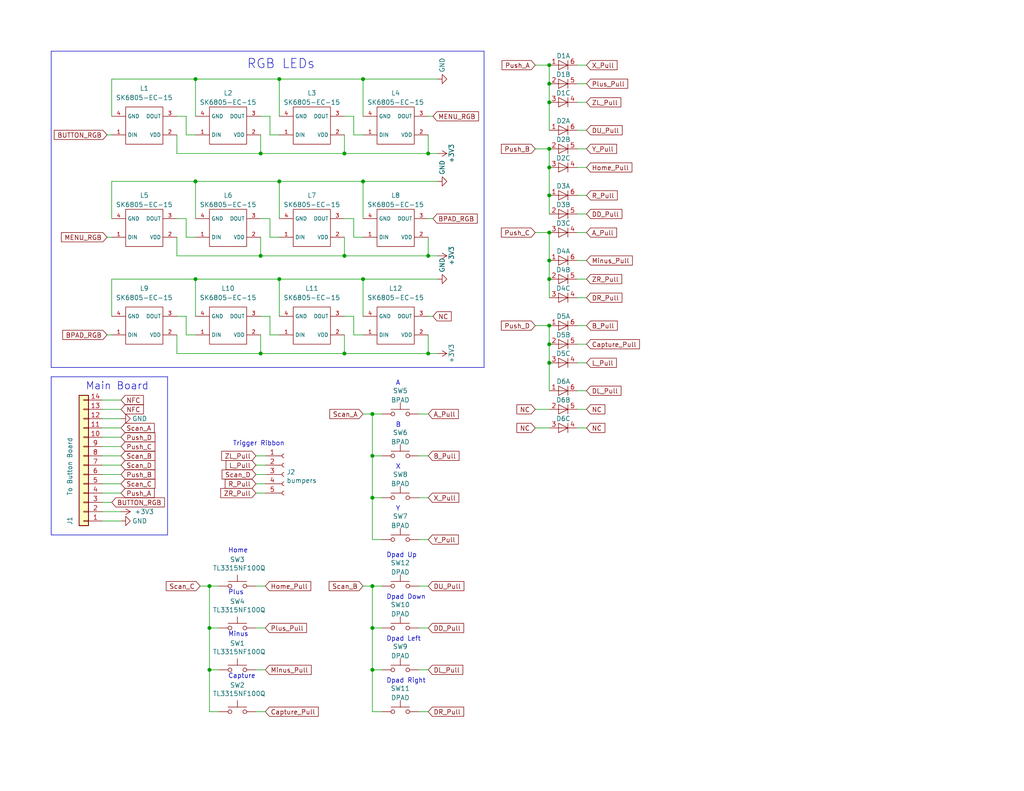
<source format=kicad_sch>
(kicad_sch (version 20230121) (generator eeschema)
  (paper "A")
  (title_block (title "ProGCC v3 Button Board") (date "2019-12-18") (rev "0.2") (company "HHL/Esca"))
  (lib_symbols
    (symbol "Connector:Conn_01x05_Female" (pin_names (offset 1.016) hide)
      (property "Reference" "J" (at 0 7.62 0))
      (property "Value" "Conn_01x05_Female" (at 0 -7.62 0))
      (symbol "Conn_01x05_Female_1_1"
        (arc (start 0 -4.572) (mid -0.5058 -5.08) (end 0 -5.588) (stroke (width 0.1524)))
        (arc (start 0 -2.032) (mid -0.5058 -2.54) (end 0 -3.048) (stroke (width 0.1524)))
        (polyline (pts (xy -1.27 -5.08) (xy -0.508 -5.08)) (stroke (width 0.1524)))
        (polyline (pts (xy -1.27 -2.54) (xy -0.508 -2.54)) (stroke (width 0.1524)))
        (polyline (pts (xy -1.27 0) (xy -0.508 0)) (stroke (width 0.1524)))
        (polyline (pts (xy -1.27 2.54) (xy -0.508 2.54)) (stroke (width 0.1524)))
        (polyline (pts (xy -1.27 5.08) (xy -0.508 5.08)) (stroke (width 0.1524)))
        (arc (start 0 0.508) (mid -0.5058 0) (end 0 -0.508) (stroke (width 0.1524)))
        (arc (start 0 3.048) (mid -0.5058 2.54) (end 0 2.032) (stroke (width 0.1524)))
        (arc (start 0 5.588) (mid -0.5058 5.08) (end 0 4.572) (stroke (width 0.1524)))
        (pin passive line (at -5.08 5.08 0) (length 3.81) (name "Pin_1") (number "1"))
        (pin passive line (at -5.08 2.54 0) (length 3.81) (name "Pin_2") (number "2"))
        (pin passive line (at -5.08 0 0) (length 3.81) (name "Pin_3") (number "3"))
        (pin passive line (at -5.08 -2.54 0) (length 3.81) (name "Pin_4") (number "4"))
        (pin passive line (at -5.08 -5.08 0) (length 3.81) (name "Pin_5") (number "5"))
      )
    )
    (symbol "Connector_Generic:Conn_01x14" (pin_names (offset 1.016) hide)
      (property "Reference" "J" (at 0 17.78 0))
      (property "Value" "Conn_01x14" (at 0 -20.32 0))
      (symbol "Conn_01x14_1_1"
        (rectangle (start -1.27 -17.653) (end 0 -17.907) (stroke (width 0.1524)))
        (rectangle (start -1.27 -15.113) (end 0 -15.367) (stroke (width 0.1524)))
        (rectangle (start -1.27 -12.573) (end 0 -12.827) (stroke (width 0.1524)))
        (rectangle (start -1.27 -10.033) (end 0 -10.287) (stroke (width 0.1524)))
        (rectangle (start -1.27 -7.493) (end 0 -7.747) (stroke (width 0.1524)))
        (rectangle (start -1.27 -4.953) (end 0 -5.207) (stroke (width 0.1524)))
        (rectangle (start -1.27 -2.413) (end 0 -2.667) (stroke (width 0.1524)))
        (rectangle (start -1.27 0.127) (end 0 -0.127) (stroke (width 0.1524)))
        (rectangle (start -1.27 2.667) (end 0 2.413) (stroke (width 0.1524)))
        (rectangle (start -1.27 5.207) (end 0 4.953) (stroke (width 0.1524)))
        (rectangle (start -1.27 7.747) (end 0 7.493) (stroke (width 0.1524)))
        (rectangle (start -1.27 10.287) (end 0 10.033) (stroke (width 0.1524)))
        (rectangle (start -1.27 12.827) (end 0 12.573) (stroke (width 0.1524)))
        (rectangle (start -1.27 15.367) (end 0 15.113) (stroke (width 0.1524)))
        (rectangle (start -1.27 16.51) (end 1.27 -19.05) (stroke (width 0.254)) (fill (type background)))
        (pin passive line (at -5.08 15.24 0) (length 3.81) (name "Pin_1") (number "1"))
        (pin passive line (at -5.08 -7.62 0) (length 3.81) (name "Pin_10") (number "10"))
        (pin passive line (at -5.08 -10.16 0) (length 3.81) (name "Pin_11") (number "11"))
        (pin passive line (at -5.08 -12.7 0) (length 3.81) (name "Pin_12") (number "12"))
        (pin passive line (at -5.08 -15.24 0) (length 3.81) (name "Pin_13") (number "13"))
        (pin passive line (at -5.08 -17.78 0) (length 3.81) (name "Pin_14") (number "14"))
        (pin passive line (at -5.08 12.7 0) (length 3.81) (name "Pin_2") (number "2"))
        (pin passive line (at -5.08 10.16 0) (length 3.81) (name "Pin_3") (number "3"))
        (pin passive line (at -5.08 7.62 0) (length 3.81) (name "Pin_4") (number "4"))
        (pin passive line (at -5.08 5.08 0) (length 3.81) (name "Pin_5") (number "5"))
        (pin passive line (at -5.08 2.54 0) (length 3.81) (name "Pin_6") (number "6"))
        (pin passive line (at -5.08 0 0) (length 3.81) (name "Pin_7") (number "7"))
        (pin passive line (at -5.08 -2.54 0) (length 3.81) (name "Pin_8") (number "8"))
        (pin passive line (at -5.08 -5.08 0) (length 3.81) (name "Pin_9") (number "9"))
      )
    )
    (symbol "Switch:SW_Push" (pin_numbers hide) (pin_names (offset 1.016) hide)
      (property "Reference" "SW" (at 1.27 2.54 0))
      (property "Value" "SW_Push" (at 0 -1.524 0))
      (symbol "SW_Push_0_1"
        (circle (center -2.032 0) (radius 0.508))
        (polyline (pts (xy 0 1.27) (xy 0 3.048)))
        (polyline (pts (xy 2.54 1.27) (xy -2.54 1.27)))
        (circle (center 2.032 0) (radius 0.508))
        (pin passive line (at -5.08 0 0) (length 2.54) (name "1") (number "1"))
        (pin passive line (at 5.08 0 180) (length 2.54) (name "2") (number "2"))
      )
    )
    (symbol "power:+3V3" (power) (pin_names (offset 0))
      (property "Value" "+3V3" (at 0 3.556 0))
      (symbol "+3V3_0_1"
        (polyline (pts (xy -0.762 1.27) (xy 0 2.54)))
        (polyline (pts (xy 0 0) (xy 0 2.54)))
        (polyline (pts (xy 0 2.54) (xy 0.762 1.27)))
      )
      (symbol "+3V3_1_1"
        (pin power_in line (at 0 0 90) (length 0) hide (name "+3V3") (number "1"))
      )
    )
    (symbol "power:GND" (power) (pin_names (offset 0))
      (property "Value" "GND" (at 0 -3.81 0))
      (symbol "GND_0_1"
        (polyline (pts (xy 0 0) (xy 0 -1.27) (xy 1.27 -1.27) (xy 0 -2.54) (xy -1.27 -1.27) (xy 0 -1.27)))
      )
      (symbol "GND_1_1"
        (pin power_in line (at 0 0 270) (length 0) hide (name "GND") (number "1"))
      )
    )
    (symbol "progcc_v3:BAS16VY,115" (pin_names (offset 1.016) hide)
      (property "Reference" "D" (at 0 -2.54 0))
      (symbol "BAS16VY,115_0_1"
        (polyline (pts (xy -1.27 -1.27) (xy -1.27 1.27)))
        (polyline (pts (xy -1.27 0) (xy 1.27 0)))
        (polyline (pts (xy 1.27 -1.27) (xy 1.27 1.27)) (stroke (width 0.1524)))
        (polyline (pts (xy -1.27 -1.27) (xy 1.27 0) (xy -1.27 1.27)))
      )
      (symbol "BAS16VY,115_1_1"
        (pin passive line (at -3.81 0 0) (length 2.54) (name "A") (number "1"))
        (pin passive line (at 3.81 0 180) (length 2.54) (name "K") (number "6"))
      )
      (symbol "BAS16VY,115_2_1"
        (pin passive line (at -3.81 0 0) (length 2.54) (name "A") (number "2"))
        (pin passive line (at 3.81 0 180) (length 2.54) (name "K") (number "5"))
      )
      (symbol "BAS16VY,115_3_1"
        (pin passive line (at -3.81 0 0) (length 2.54) (name "A") (number "3"))
        (pin passive line (at 3.81 0 180) (length 2.54) (name "K") (number "4"))
      )
    )
    (symbol "progcc_v3:SK6805-EC-15"
      (property "Reference" "L" (at 0 -7.62 0))
      (property "Value" "SK6805-EC-15" (at 0 -10.16 0))
      (symbol "SK6805-EC-15_0_0"
        (pin input line (at -8.89 -2.54 0) (length 3.81) (name "DIN") (number "1"))
        (pin power_in line (at 8.89 -2.54 180) (length 3.81) (name "VDD") (number "2"))
        (pin output line (at 8.89 2.54 180) (length 3.81) (name "DOUT") (number "3"))
        (pin power_in line (at -8.89 2.54 0) (length 3.81) (name "GND") (number "4"))
      )
      (symbol "SK6805-EC-15_0_1"
        (polyline (pts (xy -5.08 2.54) (xy -5.08 5.08) (xy 5.08 5.08) (xy 5.08 -5.08) (xy -5.08 -5.08) (xy -5.08 2.54)))
      )
    )
    (symbol "progcc_v3:SW_Quad" (pin_numbers hide) (pin_names (offset 1.016) hide)
      (property "Reference" "SW3" (at 0 7.239 0))
      (property "Value" " TL3315NF100Q" (at 0 4.9276 0))
      (symbol "SW_Quad_0_1"
        (circle (center -2.032 0) (radius 0.508))
        (polyline (pts (xy 0 1.27) (xy 0 3.048)))
        (polyline (pts (xy 2.54 1.27) (xy -2.54 1.27)))
        (circle (center 2.032 0) (radius 0.508))
        (pin passive line (at -5.08 0 0) (length 2.54) (name "1") (number "1"))
      )
      (symbol "SW_Quad_1_1"
        (pin passive line (at -5.08 0 0) (length 2.54) hide (name "2") (number "2"))
        (pin passive line (at 5.08 0 180) (length 2.54) (name "3") (number "3"))
        (pin passive line (at 5.08 0 180) (length 2.54) hide (name "4") (number "4"))
      )
    )
  )
  (junction (at 116.84 96.52))
  (junction (at 149.86 53.34))
  (junction (at 76.2 76.2))
  (junction (at 99.06 76.2))
  (junction (at 93.98 69.85))
  (junction (at 71.12 41.91))
  (junction (at 116.84 69.85))
  (junction (at 101.6 135.89))
  (junction (at 149.86 27.94))
  (junction (at 149.86 22.86))
  (junction (at 57.15 160.02))
  (junction (at 149.86 40.64))
  (junction (at 149.86 63.5))
  (junction (at 53.34 21.59))
  (junction (at 99.06 21.59))
  (junction (at 101.6 160.02))
  (junction (at 57.15 171.45))
  (junction (at 53.34 49.53))
  (junction (at 101.6 171.45))
  (junction (at 99.06 49.53))
  (junction (at 76.2 49.53))
  (junction (at 116.84 41.91))
  (junction (at 93.98 96.52))
  (junction (at 149.86 76.2))
  (junction (at 101.6 124.46))
  (junction (at 101.6 113.03))
  (junction (at 57.15 182.88))
  (junction (at 53.34 76.2))
  (junction (at 93.98 41.91))
  (junction (at 149.86 93.98))
  (junction (at 149.86 17.78))
  (junction (at 149.86 45.72))
  (junction (at 71.12 69.85))
  (junction (at 149.86 71.12))
  (junction (at 101.6 182.88))
  (junction (at 149.86 99.06))
  (junction (at 76.2 21.59))
  (junction (at 149.86 88.9))
  (junction (at 71.12 96.52))
  (wire (pts (xy 99.06 21.59) (xy 119.38 21.59)))
  (wire (pts (xy 157.48 53.34) (xy 160.02 53.34)))
  (wire (pts (xy 29.21 64.77) (xy 30.48 64.77)))
  (wire (pts (xy 69.85 132.08) (xy 72.39 132.08)))
  (wire (pts (xy 50.8 64.77) (xy 53.34 64.77)))
  (wire (pts (xy 116.84 96.52) (xy 93.98 96.52)))
  (wire (pts (xy 101.6 160.02) (xy 104.14 160.02)))
  (wire (pts (xy 157.48 40.64) (xy 160.02 40.64)))
  (wire (pts (xy 149.86 27.94) (xy 149.86 22.86)))
  (wire (pts (xy 30.48 59.69) (xy 30.48 49.53)))
  (wire (pts (xy 114.3 194.31) (xy 116.84 194.31)))
  (wire (pts (xy 93.98 69.85) (xy 93.98 64.77)))
  (wire (pts (xy 101.6 194.31) (xy 101.6 182.88)))
  (wire (pts (xy 114.3 182.88) (xy 116.84 182.88)))
  (wire (pts (xy 149.86 22.86) (xy 149.86 17.78)))
  (wire (pts (xy 71.12 96.52) (xy 48.26 96.52)))
  (wire (pts (xy 29.21 36.83) (xy 30.48 36.83)))
  (wire (pts (xy 93.98 41.91) (xy 71.12 41.91)))
  (wire (pts (xy 93.98 86.36) (xy 96.52 86.36)))
  (wire (pts (xy 76.2 21.59) (xy 76.2 31.75)))
  (wire (pts (xy 104.14 182.88) (xy 101.6 182.88)))
  (wire (pts (xy 157.48 45.72) (xy 160.02 45.72)))
  (wire (pts (xy 48.26 86.36) (xy 50.8 86.36)))
  (polyline (pts (xy 45.72 102.87) (xy 45.72 146.05)))
  (wire (pts (xy 99.06 113.03) (xy 101.6 113.03)))
  (wire (pts (xy 114.3 135.89) (xy 116.84 135.89)))
  (wire (pts (xy 50.8 31.75) (xy 50.8 36.83)))
  (wire (pts (xy 114.3 171.45) (xy 116.84 171.45)))
  (wire (pts (xy 116.84 59.69) (xy 118.11 59.69)))
  (wire (pts (xy 33.02 129.54) (xy 27.94 129.54)))
  (wire (pts (xy 149.86 63.5) (xy 146.05 63.5)))
  (wire (pts (xy 50.8 86.36) (xy 50.8 91.44)))
  (wire (pts (xy 114.3 113.03) (xy 116.84 113.03)))
  (wire (pts (xy 157.48 63.5) (xy 160.02 63.5)))
  (wire (pts (xy 71.12 86.36) (xy 73.66 86.36)))
  (wire (pts (xy 96.52 59.69) (xy 96.52 64.77)))
  (wire (pts (xy 69.85 171.45) (xy 72.39 171.45)))
  (wire (pts (xy 157.48 76.2) (xy 160.02 76.2)))
  (wire (pts (xy 50.8 59.69) (xy 50.8 64.77)))
  (wire (pts (xy 149.86 76.2) (xy 149.86 71.12)))
  (wire (pts (xy 157.48 27.94) (xy 160.02 27.94)))
  (wire (pts (xy 146.05 111.76) (xy 149.86 111.76)))
  (wire (pts (xy 101.6 113.03) (xy 104.14 113.03)))
  (wire (pts (xy 71.12 69.85) (xy 48.26 69.85)))
  (wire (pts (xy 33.02 119.38) (xy 27.94 119.38)))
  (wire (pts (xy 116.84 86.36) (xy 118.11 86.36)))
  (wire (pts (xy 30.48 137.16) (xy 27.94 137.16)))
  (wire (pts (xy 149.86 35.56) (xy 149.86 27.94)))
  (wire (pts (xy 69.85 129.54) (xy 72.39 129.54)))
  (wire (pts (xy 93.98 59.69) (xy 96.52 59.69)))
  (wire (pts (xy 69.85 194.31) (xy 72.39 194.31)))
  (wire (pts (xy 157.48 106.68) (xy 160.02 106.68)))
  (wire (pts (xy 93.98 41.91) (xy 93.98 36.83)))
  (wire (pts (xy 157.48 22.86) (xy 160.02 22.86)))
  (wire (pts (xy 101.6 124.46) (xy 101.6 113.03)))
  (wire (pts (xy 101.6 182.88) (xy 101.6 171.45)))
  (wire (pts (xy 157.48 71.12) (xy 160.02 71.12)))
  (wire (pts (xy 30.48 86.36) (xy 30.48 76.2)))
  (wire (pts (xy 104.14 171.45) (xy 101.6 171.45)))
  (wire (pts (xy 146.05 88.9) (xy 149.86 88.9)))
  (wire (pts (xy 71.12 69.85) (xy 71.12 64.77)))
  (wire (pts (xy 48.26 69.85) (xy 48.26 64.77)))
  (wire (pts (xy 99.06 76.2) (xy 119.38 76.2)))
  (wire (pts (xy 157.48 81.28) (xy 160.02 81.28)))
  (wire (pts (xy 53.34 49.53) (xy 53.34 59.69)))
  (wire (pts (xy 71.12 31.75) (xy 73.66 31.75)))
  (wire (pts (xy 71.12 41.91) (xy 71.12 36.83)))
  (wire (pts (xy 53.34 76.2) (xy 76.2 76.2)))
  (wire (pts (xy 96.52 36.83) (xy 99.06 36.83)))
  (wire (pts (xy 57.15 171.45) (xy 57.15 160.02)))
  (polyline (pts (xy 13.97 13.97) (xy 13.97 100.33)))
  (wire (pts (xy 30.48 49.53) (xy 53.34 49.53)))
  (wire (pts (xy 73.66 31.75) (xy 73.66 36.83)))
  (wire (pts (xy 50.8 36.83) (xy 53.34 36.83)))
  (polyline (pts (xy 132.08 13.97) (xy 132.08 100.33)))
  (wire (pts (xy 99.06 21.59) (xy 99.06 31.75)))
  (wire (pts (xy 96.52 91.44) (xy 99.06 91.44)))
  (wire (pts (xy 71.12 96.52) (xy 71.12 91.44)))
  (wire (pts (xy 101.6 147.32) (xy 101.6 135.89)))
  (wire (pts (xy 76.2 76.2) (xy 76.2 86.36)))
  (wire (pts (xy 149.86 99.06) (xy 149.86 106.68)))
  (wire (pts (xy 149.86 40.64) (xy 146.05 40.64)))
  (wire (pts (xy 54.61 160.02) (xy 57.15 160.02)))
  (wire (pts (xy 30.48 31.75) (xy 30.48 21.59)))
  (wire (pts (xy 99.06 160.02) (xy 101.6 160.02)))
  (wire (pts (xy 157.48 99.06) (xy 160.02 99.06)))
  (wire (pts (xy 101.6 171.45) (xy 101.6 160.02)))
  (wire (pts (xy 157.48 93.98) (xy 160.02 93.98)))
  (wire (pts (xy 53.34 21.59) (xy 53.34 31.75)))
  (wire (pts (xy 30.48 76.2) (xy 53.34 76.2)))
  (wire (pts (xy 104.14 194.31) (xy 101.6 194.31)))
  (wire (pts (xy 157.48 35.56) (xy 160.02 35.56)))
  (wire (pts (xy 69.85 134.62) (xy 72.39 134.62)))
  (wire (pts (xy 116.84 69.85) (xy 116.84 64.77)))
  (wire (pts (xy 71.12 59.69) (xy 73.66 59.69)))
  (wire (pts (xy 69.85 182.88) (xy 72.39 182.88)))
  (wire (pts (xy 53.34 49.53) (xy 76.2 49.53)))
  (wire (pts (xy 27.94 142.24) (xy 33.02 142.24)))
  (wire (pts (xy 119.38 96.52) (xy 116.84 96.52)))
  (wire (pts (xy 33.02 114.3) (xy 27.94 114.3)))
  (polyline (pts (xy 45.72 146.05) (xy 13.97 146.05)))
  (wire (pts (xy 57.15 182.88) (xy 59.69 182.88)))
  (wire (pts (xy 116.84 96.52) (xy 116.84 91.44)))
  (wire (pts (xy 93.98 96.52) (xy 93.98 91.44)))
  (wire (pts (xy 116.84 41.91) (xy 116.84 36.83)))
  (wire (pts (xy 149.86 53.34) (xy 149.86 45.72)))
  (wire (pts (xy 50.8 91.44) (xy 53.34 91.44)))
  (wire (pts (xy 69.85 127) (xy 72.39 127)))
  (wire (pts (xy 57.15 194.31) (xy 57.15 182.88)))
  (wire (pts (xy 99.06 76.2) (xy 99.06 86.36)))
  (wire (pts (xy 119.38 41.91) (xy 116.84 41.91)))
  (wire (pts (xy 69.85 160.02) (xy 72.39 160.02)))
  (wire (pts (xy 149.86 58.42) (xy 149.86 53.34)))
  (wire (pts (xy 96.52 64.77) (xy 99.06 64.77)))
  (wire (pts (xy 93.98 96.52) (xy 71.12 96.52)))
  (wire (pts (xy 73.66 64.77) (xy 76.2 64.77)))
  (wire (pts (xy 73.66 59.69) (xy 73.66 64.77)))
  (wire (pts (xy 114.3 147.32) (xy 116.84 147.32)))
  (wire (pts (xy 96.52 31.75) (xy 96.52 36.83)))
  (wire (pts (xy 149.86 88.9) (xy 149.86 93.98)))
  (wire (pts (xy 101.6 124.46) (xy 104.14 124.46)))
  (wire (pts (xy 99.06 49.53) (xy 119.38 49.53)))
  (wire (pts (xy 157.48 88.9) (xy 160.02 88.9)))
  (wire (pts (xy 27.94 139.7) (xy 33.02 139.7)))
  (polyline (pts (xy 13.97 13.97) (xy 132.08 13.97)))
  (wire (pts (xy 33.02 127) (xy 27.94 127)))
  (wire (pts (xy 101.6 135.89) (xy 101.6 124.46)))
  (wire (pts (xy 116.84 69.85) (xy 93.98 69.85)))
  (wire (pts (xy 53.34 21.59) (xy 76.2 21.59)))
  (wire (pts (xy 48.26 41.91) (xy 48.26 36.83)))
  (wire (pts (xy 149.86 45.72) (xy 149.86 40.64)))
  (wire (pts (xy 157.48 17.78) (xy 160.02 17.78)))
  (polyline (pts (xy 13.97 102.87) (xy 13.97 146.05)))
  (wire (pts (xy 33.02 132.08) (xy 27.94 132.08)))
  (wire (pts (xy 53.34 76.2) (xy 53.34 86.36)))
  (wire (pts (xy 157.48 111.76) (xy 160.02 111.76)))
  (wire (pts (xy 116.84 41.91) (xy 93.98 41.91)))
  (wire (pts (xy 99.06 49.53) (xy 99.06 59.69)))
  (wire (pts (xy 30.48 21.59) (xy 53.34 21.59)))
  (wire (pts (xy 96.52 86.36) (xy 96.52 91.44)))
  (wire (pts (xy 33.02 109.22) (xy 27.94 109.22)))
  (wire (pts (xy 116.84 31.75) (xy 118.11 31.75)))
  (wire (pts (xy 93.98 69.85) (xy 71.12 69.85)))
  (wire (pts (xy 149.86 93.98) (xy 149.86 99.06)))
  (wire (pts (xy 57.15 182.88) (xy 57.15 171.45)))
  (wire (pts (xy 101.6 135.89) (xy 104.14 135.89)))
  (wire (pts (xy 149.86 17.78) (xy 146.05 17.78)))
  (wire (pts (xy 73.66 91.44) (xy 76.2 91.44)))
  (polyline (pts (xy 132.08 100.33) (xy 13.97 100.33)))
  (wire (pts (xy 146.05 116.84) (xy 149.86 116.84)))
  (wire (pts (xy 48.26 96.52) (xy 48.26 91.44)))
  (wire (pts (xy 157.48 116.84) (xy 160.02 116.84)))
  (wire (pts (xy 73.66 36.83) (xy 76.2 36.83)))
  (wire (pts (xy 149.86 81.28) (xy 149.86 76.2)))
  (wire (pts (xy 33.02 116.84) (xy 27.94 116.84)))
  (wire (pts (xy 29.21 91.44) (xy 30.48 91.44)))
  (wire (pts (xy 48.26 31.75) (xy 50.8 31.75)))
  (wire (pts (xy 157.48 58.42) (xy 160.02 58.42)))
  (wire (pts (xy 114.3 124.46) (xy 116.84 124.46)))
  (wire (pts (xy 48.26 59.69) (xy 50.8 59.69)))
  (wire (pts (xy 69.85 124.46) (xy 72.39 124.46)))
  (polyline (pts (xy 13.97 102.87) (xy 45.72 102.87)))
  (wire (pts (xy 149.86 71.12) (xy 149.86 63.5)))
  (wire (pts (xy 73.66 86.36) (xy 73.66 91.44)))
  (wire (pts (xy 71.12 41.91) (xy 48.26 41.91)))
  (wire (pts (xy 76.2 76.2) (xy 99.06 76.2)))
  (wire (pts (xy 76.2 49.53) (xy 99.06 49.53)))
  (wire (pts (xy 104.14 147.32) (xy 101.6 147.32)))
  (wire (pts (xy 76.2 21.59) (xy 99.06 21.59)))
  (wire (pts (xy 59.69 194.31) (xy 57.15 194.31)))
  (wire (pts (xy 114.3 160.02) (xy 116.84 160.02)))
  (wire (pts (xy 93.98 31.75) (xy 96.52 31.75)))
  (wire (pts (xy 33.02 124.46) (xy 27.94 124.46)))
  (wire (pts (xy 33.02 121.92) (xy 27.94 121.92)))
  (wire (pts (xy 119.38 69.85) (xy 116.84 69.85)))
  (wire (pts (xy 57.15 160.02) (xy 59.69 160.02)))
  (wire (pts (xy 57.15 171.45) (xy 59.69 171.45)))
  (wire (pts (xy 33.02 134.62) (xy 27.94 134.62)))
  (wire (pts (xy 33.02 111.76) (xy 27.94 111.76)))
  (wire (pts (xy 76.2 49.53) (xy 76.2 59.69)))
  (text "Plus" (at 62.23 162.56 0) (effects (font (size 1.27 1.27)) (justify left bottom)))
  (text "Capture" (at 62.23 185.42 0) (effects (font (size 1.27 1.27)) (justify left bottom)))
  (text "X" (at 107.95 128.27 0) (effects (font (size 1.27 1.27)) (justify left bottom)))
  (text "Dpad Right" (at 105.41 186.69 0) (effects (font (size 1.27 1.27)) (justify left bottom)))
  (text "Main Board\n" (at 40.64 106.68 0) (effects (font (size 2.0066 2.0066)) (justify right bottom)))
  (text "Dpad Up" (at 105.41 152.4 0) (effects (font (size 1.27 1.27)) (justify left bottom)))
  (text "B" (at 107.95 116.84 0) (effects (font (size 1.27 1.27)) (justify left bottom)))
  (text "Dpad Down" (at 105.41 163.83 0) (effects (font (size 1.27 1.27)) (justify left bottom)))
  (text "Trigger Ribbon" (at 63.5 121.92 0) (effects (font (size 1.27 1.27)) (justify left bottom)))
  (text "Y" (at 107.95 139.7 0) (effects (font (size 1.27 1.27)) (justify left bottom)))
  (text "Dpad Left" (at 105.41 175.26 0) (effects (font (size 1.27 1.27)) (justify left bottom)))
  (text "Home" (at 62.23 151.13 0) (effects (font (size 1.27 1.27)) (justify left bottom)))
  (text "A" (at 107.95 105.41 0) (effects (font (size 1.27 1.27)) (justify left bottom)))
  (text "Minus" (at 62.23 173.99 0) (effects (font (size 1.27 1.27)) (justify left bottom)))
  (text "RGB LEDs" (at 67.31 19.05 0) (effects (font (size 2.54 2.54)) (justify left bottom)))
  (global_label "Scan_A" (shape input) (at 99.06 113.03 180) (property "Intersheetrefs" "${INTERSHEET_REFS}" (effects hide)))
  (global_label "X_Pull" (shape input) (at 116.84 135.89 0) (property "Intersheetrefs" "${INTERSHEET_REFS}" (effects hide)))
  (global_label "B_Pull" (shape input) (at 116.84 124.46 0) (property "Intersheetrefs" "${INTERSHEET_REFS}" (effects hide)))
  (global_label "Y_Pull" (shape input) (at 160.02 40.64 0) (property "Intersheetrefs" "${INTERSHEET_REFS}" (effects hide)))
  (global_label "Plus_Pull" (shape input) (at 160.02 22.86 0) (property "Intersheetrefs" "${INTERSHEET_REFS}" (effects hide)))
  (global_label "Minus_Pull" (shape input) (at 160.02 71.12 0) (property "Intersheetrefs" "${INTERSHEET_REFS}" (effects hide)))
  (global_label "NFC" (shape input) (at 33.02 109.22 0) (property "Intersheetrefs" "${INTERSHEET_REFS}" (effects hide)))
  (global_label "NC" (shape input) (at 160.02 116.84 0) (property "Intersheetrefs" "${INTERSHEET_REFS}" (effects hide)))
  (global_label "Push_D" (shape input) (at 146.05 88.9 180) (property "Intersheetrefs" "${INTERSHEET_REFS}" (effects hide)))
  (global_label "ZR_Pull" (shape input) (at 69.85 134.62 180) (property "Intersheetrefs" "${INTERSHEET_REFS}" (effects hide)))
  (global_label "Scan_D" (shape input) (at 33.02 127 0) (property "Intersheetrefs" "${INTERSHEET_REFS}" (effects hide)))
  (global_label "NFC" (shape input) (at 33.02 111.76 0) (property "Intersheetrefs" "${INTERSHEET_REFS}" (effects hide)))
  (global_label "BPAD_RGB" (shape input) (at 29.21 91.44 180) (property "Intersheetrefs" "${INTERSHEET_REFS}" (effects hide)))
  (global_label "MENU_RGB" (shape input) (at 118.11 31.75 0) (property "Intersheetrefs" "${INTERSHEET_REFS}" (effects hide)))
  (global_label "Home_Pull" (shape input) (at 72.39 160.02 0) (property "Intersheetrefs" "${INTERSHEET_REFS}" (effects hide)))
  (global_label "DD_Pull" (shape input) (at 116.84 171.45 0) (property "Intersheetrefs" "${INTERSHEET_REFS}" (effects hide)))
  (global_label "A_Pull" (shape input) (at 160.02 63.5 0) (property "Intersheetrefs" "${INTERSHEET_REFS}" (effects hide)))
  (global_label "DL_Pull" (shape input) (at 116.84 182.88 0) (property "Intersheetrefs" "${INTERSHEET_REFS}" (effects hide)))
  (global_label "B_Pull" (shape input) (at 160.02 88.9 0) (property "Intersheetrefs" "${INTERSHEET_REFS}" (effects hide)))
  (global_label "R_Pull" (shape input) (at 69.85 132.08 180) (property "Intersheetrefs" "${INTERSHEET_REFS}" (effects hide)))
  (global_label "Home_Pull" (shape input) (at 160.02 45.72 0) (property "Intersheetrefs" "${INTERSHEET_REFS}" (effects hide)))
  (global_label "DU_Pull" (shape input) (at 116.84 160.02 0) (property "Intersheetrefs" "${INTERSHEET_REFS}" (effects hide)))
  (global_label "Push_C" (shape input) (at 146.05 63.5 180) (property "Intersheetrefs" "${INTERSHEET_REFS}" (effects hide)))
  (global_label "Push_B" (shape input) (at 33.02 129.54 0) (property "Intersheetrefs" "${INTERSHEET_REFS}" (effects hide)))
  (global_label "Plus_Pull" (shape input) (at 72.39 171.45 0) (property "Intersheetrefs" "${INTERSHEET_REFS}" (effects hide)))
  (global_label "ZR_Pull" (shape input) (at 160.02 76.2 0) (property "Intersheetrefs" "${INTERSHEET_REFS}" (effects hide)))
  (global_label "L_Pull" (shape input) (at 160.02 99.06 0) (property "Intersheetrefs" "${INTERSHEET_REFS}" (effects hide)))
  (global_label "DD_Pull" (shape input) (at 160.02 58.42 0) (property "Intersheetrefs" "${INTERSHEET_REFS}" (effects hide)))
  (global_label "NC" (shape input) (at 118.11 86.36 0) (property "Intersheetrefs" "${INTERSHEET_REFS}" (effects hide)))
  (global_label "DR_Pull" (shape input) (at 116.84 194.31 0) (property "Intersheetrefs" "${INTERSHEET_REFS}" (effects hide)))
  (global_label "Scan_C" (shape input) (at 54.61 160.02 180) (property "Intersheetrefs" "${INTERSHEET_REFS}" (effects hide)))
  (global_label "ZL_Pull" (shape input) (at 69.85 124.46 180) (property "Intersheetrefs" "${INTERSHEET_REFS}" (effects hide)))
  (global_label "Scan_D" (shape input) (at 69.85 129.54 180) (property "Intersheetrefs" "${INTERSHEET_REFS}" (effects hide)))
  (global_label "R_Pull" (shape input) (at 160.02 53.34 0) (property "Intersheetrefs" "${INTERSHEET_REFS}" (effects hide)))
  (global_label "A_Pull" (shape input) (at 116.84 113.03 0) (property "Intersheetrefs" "${INTERSHEET_REFS}" (effects hide)))
  (global_label "NC" (shape input) (at 146.05 116.84 180) (property "Intersheetrefs" "${INTERSHEET_REFS}" (effects hide)))
  (global_label "BUTTON_RGB" (shape input) (at 30.48 137.16 0) (property "Intersheetrefs" "${INTERSHEET_REFS}" (effects hide)))
  (global_label "DU_Pull" (shape input) (at 160.02 35.56 0) (property "Intersheetrefs" "${INTERSHEET_REFS}" (effects hide)))
  (global_label "Capture_Pull" (shape input) (at 160.02 93.98 0) (property "Intersheetrefs" "${INTERSHEET_REFS}" (effects hide)))
  (global_label "ZL_Pull" (shape input) (at 160.02 27.94 0) (property "Intersheetrefs" "${INTERSHEET_REFS}" (effects hide)))
  (global_label "Capture_Pull" (shape input) (at 72.39 194.31 0) (property "Intersheetrefs" "${INTERSHEET_REFS}" (effects hide)))
  (global_label "Minus_Pull" (shape input) (at 72.39 182.88 0) (property "Intersheetrefs" "${INTERSHEET_REFS}" (effects hide)))
  (global_label "L_Pull" (shape input) (at 69.85 127 180) (property "Intersheetrefs" "${INTERSHEET_REFS}" (effects hide)))
  (global_label "Push_A" (shape input) (at 33.02 134.62 0) (property "Intersheetrefs" "${INTERSHEET_REFS}" (effects hide)))
  (global_label "DR_Pull" (shape input) (at 160.02 81.28 0) (property "Intersheetrefs" "${INTERSHEET_REFS}" (effects hide)))
  (global_label "BPAD_RGB" (shape input) (at 118.11 59.69 0) (property "Intersheetrefs" "${INTERSHEET_REFS}" (effects hide)))
  (global_label "Y_Pull" (shape input) (at 116.84 147.32 0) (property "Intersheetrefs" "${INTERSHEET_REFS}" (effects hide)))
  (global_label "Scan_B" (shape input) (at 33.02 124.46 0) (property "Intersheetrefs" "${INTERSHEET_REFS}" (effects hide)))
  (global_label "Scan_C" (shape input) (at 33.02 132.08 0) (property "Intersheetrefs" "${INTERSHEET_REFS}" (effects hide)))
  (global_label "X_Pull" (shape input) (at 160.02 17.78 0) (property "Intersheetrefs" "${INTERSHEET_REFS}" (effects hide)))
  (global_label "Scan_B" (shape input) (at 99.06 160.02 180) (property "Intersheetrefs" "${INTERSHEET_REFS}" (effects hide)))
  (global_label "Push_A" (shape input) (at 146.05 17.78 180) (property "Intersheetrefs" "${INTERSHEET_REFS}" (effects hide)))
  (global_label "Push_D" (shape input) (at 33.02 119.38 0) (property "Intersheetrefs" "${INTERSHEET_REFS}" (effects hide)))
  (global_label "MENU_RGB" (shape input) (at 29.21 64.77 180) (property "Intersheetrefs" "${INTERSHEET_REFS}" (effects hide)))
  (global_label "DL_Pull" (shape input) (at 160.02 106.68 0) (property "Intersheetrefs" "${INTERSHEET_REFS}" (effects hide)))
  (global_label "NC" (shape input) (at 160.02 111.76 0) (property "Intersheetrefs" "${INTERSHEET_REFS}" (effects hide)))
  (global_label "NC" (shape input) (at 146.05 111.76 180) (property "Intersheetrefs" "${INTERSHEET_REFS}" (effects hide)))
  (global_label "Push_B" (shape input) (at 146.05 40.64 180) (property "Intersheetrefs" "${INTERSHEET_REFS}" (effects hide)))
  (global_label "BUTTON_RGB" (shape input) (at 29.21 36.83 180) (property "Intersheetrefs" "${INTERSHEET_REFS}" (effects hide)))
  (global_label "Push_C" (shape input) (at 33.02 121.92 0) (property "Intersheetrefs" "${INTERSHEET_REFS}" (effects hide)))
  (global_label "Scan_A" (shape input) (at 33.02 116.84 0) (property "Intersheetrefs" "${INTERSHEET_REFS}" (effects hide)))
  (symbol (lib_id "progcc_v3:SW_Quad") (at 64.77 171.45 0) (unit 1)
    (property "Reference" "SW4" (at 64.77 164.211 0))
    (property "Value" " TL3315NF100Q" (at 64.77 166.5224 0))
    (property "Footprint" "progcc_v3:TL3315NFxxxQ" (effects hide))
    (property "Datasheet" "https://media.digikey.com/pdf/Data%20Sheets/E-Switch%20PDFs/TL3315.pdf" (effects hide))
    (property "Digikey" "https://www.digikey.com/product-detail/en/e-switch/TL3315NF100Q/EG4620CT-ND/1870400" (effects hide))
  )
  (symbol (lib_id "progcc_v3:SW_Quad") (at 64.77 194.31 0) (unit 1)
    (property "Reference" "SW2" (at 64.77 187.071 0))
    (property "Value" " TL3315NF100Q" (at 64.77 189.3824 0))
    (property "Footprint" "progcc_v3:TL3315NFxxxQ" (effects hide))
    (property "Datasheet" "https://media.digikey.com/pdf/Data%20Sheets/E-Switch%20PDFs/TL3315.pdf" (effects hide))
    (property "Digikey" "https://www.digikey.com/product-detail/en/e-switch/TL3315NF100Q/EG4620CT-ND/1870400" (effects hide))
  )
  (symbol (lib_id "progcc_v3:SK6805-EC-15") (at 39.37 88.9 0) (unit 1)
    (property "Reference" "L9" (at 39.37 78.74 0))
    (property "Value" "SK6805-EC-15" (at 39.37 81.28 0))
    (property "Footprint" "progcc_v3:SK6805-EC-15" (effects hide))
    (property "Datasheet" "${KIPRJMOD}/../progcc_v3_libs/docs/SK6805-EC-15.pdf" (effects hide))
  )
  (symbol (lib_id "power:GND") (at 33.02 142.24 90) (unit 1)
    (property "Reference" "#PWR03" (effects hide))
    (property "Value" "GND" (at 38.1 142.24 90))
  )
  (symbol (lib_id "Connector:Conn_01x05_Female") (at 77.47 129.54 0) (unit 1)
    (property "Reference" "J2" (at 78.1812 128.8796 0) (effects (justify left)))
    (property "Value" "bumpers" (at 78.1812 131.191 0) (effects (justify left)))
    (property "Footprint" "progcc_v3:molex_5051100592_5P" (effects hide))
    (property "Digikey" "https://www.digikey.com/product-detail/en/molex/5051100592/WM12361TR-ND/5700453" (effects hide))
  )
  (symbol (lib_id "progcc_v3:BAS16VY,115") (at 153.67 111.76 0) (unit 2)
    (property "Reference" "D6" (at 153.7081 109.22 0))
    (property "Value" "BAS16VY,115" (effects hide))
    (property "Footprint" "Package_TO_SOT_SMD:SOT-363_SC-70-6" (effects hide))
    (property "Datasheet" "${KIPRJMOD}/../progcc_v3_libs/docs/BAS16_SER.pdf" (effects hide))
  )
  (symbol (lib_id "progcc_v3:BAS16VY,115") (at 153.67 106.68 0) (unit 1)
    (property "Reference" "D6" (at 153.7081 104.14 0))
    (property "Value" "BAS16VY,115" (effects hide))
    (property "Footprint" "Package_TO_SOT_SMD:SOT-363_SC-70-6" (effects hide))
    (property "Datasheet" "${KIPRJMOD}/../progcc_v3_libs/docs/BAS16_SER.pdf" (effects hide))
  )
  (symbol (lib_id "progcc_v3:BAS16VY,115") (at 153.67 27.94 0) (unit 3)
    (property "Reference" "D1" (at 153.7081 25.4 0))
    (property "Value" "BAS16VY,115" (effects hide))
    (property "Footprint" "Package_TO_SOT_SMD:SOT-363_SC-70-6" (effects hide))
    (property "Datasheet" "${KIPRJMOD}/../progcc_v3_libs/docs/BAS16_SER.pdf" (effects hide))
  )
  (symbol (lib_id "power:+3V3") (at 119.38 69.85 270) (unit 1)
    (property "Reference" "#PWR08" (effects hide))
    (property "Value" "+3V3" (at 123.19 69.85 0))
  )
  (symbol (lib_id "progcc_v3:BAS16VY,115") (at 153.67 58.42 0) (unit 2)
    (property "Reference" "D3" (at 153.7081 55.88 0))
    (property "Value" "BAS16VY,115" (effects hide))
    (property "Footprint" "Package_TO_SOT_SMD:SOT-363_SC-70-6" (effects hide))
    (property "Datasheet" "${KIPRJMOD}/../progcc_v3_libs/docs/BAS16_SER.pdf" (effects hide))
  )
  (symbol (lib_id "Switch:SW_Push") (at 109.22 124.46 0) (unit 1)
    (property "Reference" "SW6" (at 109.22 118.11 0))
    (property "Value" "BPAD" (at 109.22 120.65 0))
    (property "Footprint" "progcc_v3:progcc_bpad" (effects hide))
  )
  (symbol (lib_id "progcc_v3:SK6805-EC-15") (at 62.23 88.9 0) (unit 1)
    (property "Reference" "L10" (at 62.23 78.74 0))
    (property "Value" "SK6805-EC-15" (at 62.23 81.28 0))
    (property "Footprint" "progcc_v3:SK6805-EC-15" (effects hide))
    (property "Datasheet" "${KIPRJMOD}/../progcc_v3_libs/docs/SK6805-EC-15.pdf" (effects hide))
  )
  (symbol (lib_id "progcc_v3:SK6805-EC-15") (at 62.23 34.29 0) (unit 1)
    (property "Reference" "L2" (at 62.23 25.4 0))
    (property "Value" "SK6805-EC-15" (at 62.23 27.94 0))
    (property "Footprint" "progcc_v3:SK6805-EC-15" (effects hide))
    (property "Datasheet" "${KIPRJMOD}/../progcc_v3_libs/docs/SK6805-EC-15.pdf" (effects hide))
  )
  (symbol (lib_id "Switch:SW_Push") (at 109.22 113.03 0) (unit 1)
    (property "Reference" "SW5" (at 109.22 106.68 0))
    (property "Value" "BPAD" (at 109.22 109.22 0))
    (property "Footprint" "progcc_v3:progcc_bpad" (effects hide))
  )
  (symbol (lib_id "progcc_v3:BAS16VY,115") (at 153.67 35.56 0) (unit 1)
    (property "Reference" "D2" (at 153.7081 33.02 0))
    (property "Value" "BAS16VY,115" (effects hide))
    (property "Footprint" "Package_TO_SOT_SMD:SOT-363_SC-70-6" (effects hide))
    (property "Datasheet" "${KIPRJMOD}/../progcc_v3_libs/docs/BAS16_SER.pdf" (effects hide))
  )
  (symbol (lib_id "progcc_v3:BAS16VY,115") (at 153.67 63.5 0) (unit 3)
    (property "Reference" "D3" (at 153.7081 60.96 0))
    (property "Value" "BAS16VY,115" (effects hide))
    (property "Footprint" "Package_TO_SOT_SMD:SOT-363_SC-70-6" (effects hide))
    (property "Datasheet" "${KIPRJMOD}/../progcc_v3_libs/docs/BAS16_SER.pdf" (effects hide))
  )
  (symbol (lib_id "progcc_v3:BAS16VY,115") (at 153.67 71.12 0) (unit 1)
    (property "Reference" "D4" (at 153.7081 68.58 0))
    (property "Value" "BAS16VY,115" (effects hide))
    (property "Footprint" "Package_TO_SOT_SMD:SOT-363_SC-70-6" (effects hide))
    (property "Datasheet" "${KIPRJMOD}/../progcc_v3_libs/docs/BAS16_SER.pdf" (effects hide))
  )
  (symbol (lib_id "progcc_v3:BAS16VY,115") (at 153.67 81.28 0) (unit 3)
    (property "Reference" "D4" (at 153.7081 78.74 0))
    (property "Value" "BAS16VY,115" (effects hide))
    (property "Footprint" "Package_TO_SOT_SMD:SOT-363_SC-70-6" (effects hide))
    (property "Datasheet" "${KIPRJMOD}/../progcc_v3_libs/docs/BAS16_SER.pdf" (effects hide))
  )
  (symbol (lib_id "progcc_v3:BAS16VY,115") (at 153.67 40.64 0) (unit 2)
    (property "Reference" "D2" (at 153.7081 38.1 0))
    (property "Value" "BAS16VY,115" (effects hide))
    (property "Footprint" "Package_TO_SOT_SMD:SOT-363_SC-70-6" (effects hide))
    (property "Datasheet" "${KIPRJMOD}/../progcc_v3_libs/docs/BAS16_SER.pdf" (effects hide))
  )
  (symbol (lib_id "power:GND") (at 119.38 49.53 90) (unit 1)
    (property "Reference" "#PWR07" (effects hide))
    (property "Value" "GND" (at 120.65 45.72 0))
  )
  (symbol (lib_id "progcc_v3:SK6805-EC-15") (at 85.09 88.9 0) (unit 1)
    (property "Reference" "L11" (at 85.09 78.74 0))
    (property "Value" "SK6805-EC-15" (at 85.09 81.28 0))
    (property "Footprint" "progcc_v3:SK6805-EC-15" (effects hide))
    (property "Datasheet" "${KIPRJMOD}/../progcc_v3_libs/docs/SK6805-EC-15.pdf" (effects hide))
  )
  (symbol (lib_id "progcc_v3:BAS16VY,115") (at 153.67 22.86 0) (unit 2)
    (property "Reference" "D1" (at 153.7081 20.32 0))
    (property "Value" "BAS16VY,115" (effects hide))
    (property "Footprint" "Package_TO_SOT_SMD:SOT-363_SC-70-6" (effects hide))
    (property "Datasheet" "${KIPRJMOD}/../progcc_v3_libs/docs/BAS16_SER.pdf" (effects hide))
  )
  (symbol (lib_id "power:GND") (at 119.38 76.2 90) (unit 1)
    (property "Reference" "#PWR09" (effects hide))
    (property "Value" "GND" (at 120.65 72.39 0))
  )
  (symbol (lib_id "progcc_v3:SW_Quad") (at 64.77 182.88 0) (unit 1)
    (property "Reference" "SW1" (at 64.77 175.641 0))
    (property "Value" " TL3315NF100Q" (at 64.77 177.9524 0))
    (property "Footprint" "progcc_v3:TL3315NFxxxQ" (effects hide))
    (property "Datasheet" "https://media.digikey.com/pdf/Data%20Sheets/E-Switch%20PDFs/TL3315.pdf" (effects hide))
    (property "Digikey" "https://www.digikey.com/product-detail/en/e-switch/TL3315NF100Q/EG4620CT-ND/1870400" (effects hide))
  )
  (symbol (lib_id "progcc_v3:BAS16VY,115") (at 153.67 45.72 0) (unit 3)
    (property "Reference" "D2" (at 153.7081 43.18 0))
    (property "Value" "BAS16VY,115" (effects hide))
    (property "Footprint" "Package_TO_SOT_SMD:SOT-363_SC-70-6" (effects hide))
    (property "Datasheet" "${KIPRJMOD}/../progcc_v3_libs/docs/BAS16_SER.pdf" (effects hide))
  )
  (symbol (lib_id "Switch:SW_Push") (at 109.22 160.02 0) (unit 1) (in_bom no)
    (property "Reference" "SW12" (at 109.22 153.67 0))
    (property "Value" "DPAD" (at 109.22 156.21 0))
    (property "Footprint" "progcc_v3:progcc_dpad" (effects hide))
  )
  (symbol (lib_id "Connector_Generic:Conn_01x14") (at 22.86 127 180) (unit 1)
    (property "Reference" "J1" (at 19.05 140.97 90) (effects (justify left)))
    (property "Value" "To Button Board" (at 19.05 119.38 90) (effects (justify left)))
    (property "Footprint" "progcc_v3:molex_5051101492_14P" (effects hide))
    (property "Digikey" "https://www.digikey.com/product-detail/en/molex/5051101492/WM12370CT-ND/5726229" (effects hide))
  )
  (symbol (lib_id "power:+3V3") (at 119.38 96.52 270) (unit 1)
    (property "Reference" "#PWR010" (effects hide))
    (property "Value" "+3V3" (at 123.19 96.52 0))
  )
  (symbol (lib_id "progcc_v3:SK6805-EC-15") (at 85.09 62.23 0) (unit 1)
    (property "Reference" "L7" (at 85.09 53.34 0))
    (property "Value" "SK6805-EC-15" (at 85.09 55.88 0))
    (property "Footprint" "progcc_v3:SK6805-EC-15" (effects hide))
    (property "Datasheet" "${KIPRJMOD}/../progcc_v3_libs/docs/SK6805-EC-15.pdf" (effects hide))
  )
  (symbol (lib_id "progcc_v3:SK6805-EC-15") (at 107.95 62.23 0) (unit 1)
    (property "Reference" "L8" (at 107.95 53.34 0))
    (property "Value" "SK6805-EC-15" (at 107.95 55.88 0))
    (property "Footprint" "progcc_v3:SK6805-EC-15" (effects hide))
    (property "Datasheet" "${KIPRJMOD}/../progcc_v3_libs/docs/SK6805-EC-15.pdf" (effects hide))
  )
  (symbol (lib_id "progcc_v3:SK6805-EC-15") (at 62.23 62.23 0) (unit 1)
    (property "Reference" "L6" (at 62.23 53.34 0))
    (property "Value" "SK6805-EC-15" (at 62.23 55.88 0))
    (property "Footprint" "progcc_v3:SK6805-EC-15" (effects hide))
    (property "Datasheet" "${KIPRJMOD}/../progcc_v3_libs/docs/SK6805-EC-15.pdf" (effects hide))
  )
  (symbol (lib_id "Switch:SW_Push") (at 109.22 171.45 0) (unit 1) (in_bom no)
    (property "Reference" "SW10" (at 109.22 165.1 0))
    (property "Value" "DPAD" (at 109.22 167.64 0))
    (property "Footprint" "progcc_v3:progcc_dpad" (effects hide))
  )
  (symbol (lib_id "power:GND") (at 33.02 114.3 90) (unit 1)
    (property "Reference" "#PWR01" (effects hide))
    (property "Value" "GND" (at 38.1 114.3 90))
  )
  (symbol (lib_id "progcc_v3:BAS16VY,115") (at 153.67 93.98 0) (unit 2)
    (property "Reference" "D5" (at 153.7081 91.44 0))
    (property "Value" "BAS16VY,115" (effects hide))
    (property "Footprint" "Package_TO_SOT_SMD:SOT-363_SC-70-6" (effects hide))
    (property "Datasheet" "${KIPRJMOD}/../progcc_v3_libs/docs/BAS16_SER.pdf" (effects hide))
  )
  (symbol (lib_id "progcc_v3:BAS16VY,115") (at 153.67 116.84 0) (unit 3)
    (property "Reference" "D6" (at 153.7081 114.3 0))
    (property "Value" "BAS16VY,115" (effects hide))
    (property "Footprint" "Package_TO_SOT_SMD:SOT-363_SC-70-6" (effects hide))
    (property "Datasheet" "${KIPRJMOD}/../progcc_v3_libs/docs/BAS16_SER.pdf" (effects hide))
  )
  (symbol (lib_id "Switch:SW_Push") (at 109.22 182.88 0) (unit 1) (in_bom no)
    (property "Reference" "SW9" (at 109.22 176.53 0))
    (property "Value" "DPAD" (at 109.22 179.07 0))
    (property "Footprint" "progcc_v3:progcc_dpad" (effects hide))
  )
  (symbol (lib_id "progcc_v3:BAS16VY,115") (at 153.67 88.9 0) (unit 1)
    (property "Reference" "D5" (at 153.7081 86.36 0))
    (property "Value" "BAS16VY,115" (effects hide))
    (property "Footprint" "Package_TO_SOT_SMD:SOT-363_SC-70-6" (effects hide))
    (property "Datasheet" "${KIPRJMOD}/../progcc_v3_libs/docs/BAS16_SER.pdf" (effects hide))
  )
  (symbol (lib_id "progcc_v3:BAS16VY,115") (at 153.67 53.34 0) (unit 1)
    (property "Reference" "D3" (at 153.7081 50.8 0))
    (property "Value" "BAS16VY,115" (effects hide))
    (property "Footprint" "Package_TO_SOT_SMD:SOT-363_SC-70-6" (effects hide))
    (property "Datasheet" "${KIPRJMOD}/../progcc_v3_libs/docs/BAS16_SER.pdf" (effects hide))
  )
  (symbol (lib_id "power:+3V3") (at 119.38 41.91 270) (unit 1)
    (property "Reference" "#PWR06" (effects hide))
    (property "Value" "+3V3" (at 123.19 41.91 0))
  )
  (symbol (lib_id "progcc_v3:BAS16VY,115") (at 153.67 76.2 0) (unit 2)
    (property "Reference" "D4" (at 153.7081 73.66 0))
    (property "Value" "BAS16VY,115" (effects hide))
    (property "Footprint" "Package_TO_SOT_SMD:SOT-363_SC-70-6" (effects hide))
    (property "Datasheet" "${KIPRJMOD}/../progcc_v3_libs/docs/BAS16_SER.pdf" (effects hide))
  )
  (symbol (lib_id "progcc_v3:SK6805-EC-15") (at 39.37 62.23 0) (unit 1)
    (property "Reference" "L5" (at 39.37 53.34 0))
    (property "Value" "SK6805-EC-15" (at 39.37 55.88 0))
    (property "Footprint" "progcc_v3:SK6805-EC-15" (effects hide))
    (property "Datasheet" "${KIPRJMOD}/../progcc_v3_libs/docs/SK6805-EC-15.pdf" (effects hide))
  )
  (symbol (lib_id "progcc_v3:SK6805-EC-15") (at 39.37 34.29 0) (unit 1)
    (property "Reference" "L1" (at 39.37 24.13 0))
    (property "Value" "SK6805-EC-15" (at 39.37 26.67 0))
    (property "Footprint" "progcc_v3:SK6805-EC-15" (effects hide))
    (property "Datasheet" "${KIPRJMOD}/../progcc_v3_libs/docs/SK6805-EC-15.pdf" (effects hide))
  )
  (symbol (lib_id "Switch:SW_Push") (at 109.22 135.89 0) (unit 1)
    (property "Reference" "SW8" (at 109.22 129.54 0))
    (property "Value" "BPAD" (at 109.22 132.08 0))
    (property "Footprint" "progcc_v3:progcc_bpad" (effects hide))
  )
  (symbol (lib_id "power:+3V3") (at 33.02 139.7 270) (unit 1)
    (property "Reference" "#PWR02" (effects hide))
    (property "Value" "+3V3" (at 39.37 139.7 90))
  )
  (symbol (lib_id "Switch:SW_Push") (at 109.22 147.32 0) (unit 1)
    (property "Reference" "SW7" (at 109.22 140.97 0))
    (property "Value" "BPAD" (at 109.22 143.51 0))
    (property "Footprint" "progcc_v3:progcc_bpad" (effects hide))
  )
  (symbol (lib_id "Switch:SW_Push") (at 109.22 194.31 0) (unit 1) (in_bom no)
    (property "Reference" "SW11" (at 109.22 187.96 0))
    (property "Value" "DPAD" (at 109.22 190.5 0))
    (property "Footprint" "progcc_v3:progcc_dpad" (effects hide))
  )
  (symbol (lib_id "power:GND") (at 119.38 21.59 90) (unit 1)
    (property "Reference" "#PWR05" (effects hide))
    (property "Value" "GND" (at 120.65 17.78 0))
  )
  (symbol (lib_id "progcc_v3:SK6805-EC-15") (at 85.09 34.29 0) (unit 1)
    (property "Reference" "L3" (at 85.09 25.4 0))
    (property "Value" "SK6805-EC-15" (at 85.09 27.94 0))
    (property "Footprint" "progcc_v3:SK6805-EC-15" (effects hide))
    (property "Datasheet" "${KIPRJMOD}/../progcc_v3_libs/docs/SK6805-EC-15.pdf" (effects hide))
  )
  (symbol (lib_id "progcc_v3:SK6805-EC-15") (at 107.95 88.9 0) (unit 1)
    (property "Reference" "L12" (at 107.95 78.74 0))
    (property "Value" "SK6805-EC-15" (at 107.95 81.28 0))
    (property "Footprint" "progcc_v3:SK6805-EC-15" (effects hide))
    (property "Datasheet" "${KIPRJMOD}/../progcc_v3_libs/docs/SK6805-EC-15.pdf" (effects hide))
  )
  (symbol (lib_id "progcc_v3:BAS16VY,115") (at 153.67 17.78 0) (unit 1)
    (property "Reference" "D1" (at 153.7081 15.24 0))
    (property "Value" "BAS16VY,115" (effects hide))
    (property "Footprint" "Package_TO_SOT_SMD:SOT-363_SC-70-6" (effects hide))
    (property "Datasheet" "${KIPRJMOD}/../progcc_v3_libs/docs/BAS16_SER.pdf" (effects hide))
  )
  (symbol (lib_id "progcc_v3:BAS16VY,115") (at 153.67 99.06 0) (unit 3)
    (property "Reference" "D5" (at 153.7081 96.52 0))
    (property "Value" "BAS16VY,115" (effects hide))
    (property "Footprint" "Package_TO_SOT_SMD:SOT-363_SC-70-6" (effects hide))
    (property "Datasheet" "${KIPRJMOD}/../progcc_v3_libs/docs/BAS16_SER.pdf" (effects hide))
  )
  (symbol (lib_id "progcc_v3:SK6805-EC-15") (at 107.95 34.29 0) (unit 1)
    (property "Reference" "L4" (at 107.95 25.4 0))
    (property "Value" "SK6805-EC-15" (at 107.95 27.94 0))
    (property "Footprint" "progcc_v3:SK6805-EC-15" (effects hide))
    (property "Datasheet" "${KIPRJMOD}/../progcc_v3_libs/docs/SK6805-EC-15.pdf" (effects hide))
  )
  (symbol (lib_id "progcc_v3:SW_Quad") (at 64.77 160.02 0) (unit 1)
    (property "Reference" "SW3" (at 64.77 152.781 0))
    (property "Value" " TL3315NF100Q" (at 64.77 155.0924 0))
    (property "Footprint" "progcc_v3:TL3315NFxxxQ" (effects hide))
    (property "Datasheet" "https://media.digikey.com/pdf/Data%20Sheets/E-Switch%20PDFs/TL3315.pdf" (effects hide))
    (property "Digikey" "https://www.digikey.com/product-detail/en/e-switch/TL3315NF100Q/EG4620CT-ND/1870400" (effects hide))
  )
)
</source>
